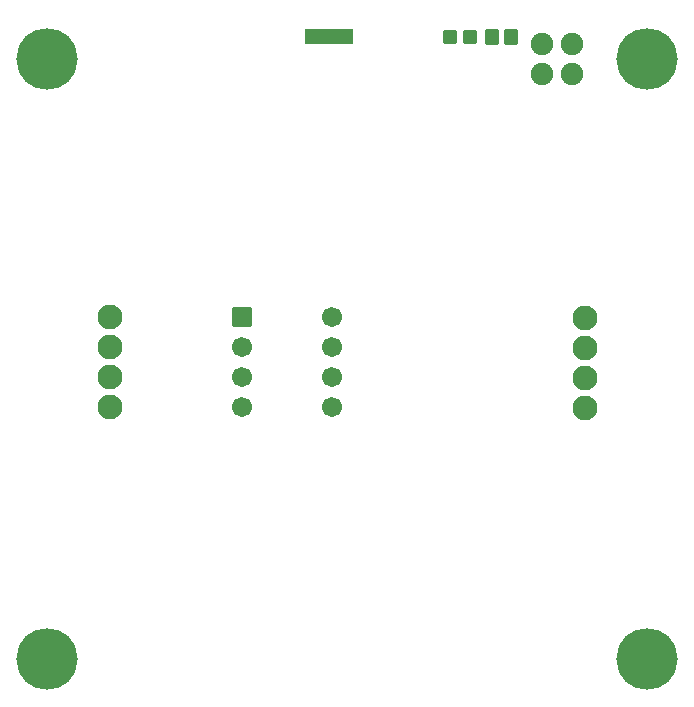
<source format=gts>
G04 Layer: TopSolderMaskLayer*
G04 EasyEDA v6.5.34, 2023-08-21 18:11:39*
G04 7b247d529b5f40d99c6f45047b1d8e8f,5a6b42c53f6a479593ecc07194224c93,10*
G04 Gerber Generator version 0.2*
G04 Scale: 100 percent, Rotated: No, Reflected: No *
G04 Dimensions in millimeters *
G04 leading zeros omitted , absolute positions ,4 integer and 5 decimal *
%FSLAX45Y45*%
%MOMM*%

%AMMACRO1*1,1,$1,$2,$3*1,1,$1,$4,$5*1,1,$1,0-$2,0-$3*1,1,$1,0-$4,0-$5*20,1,$1,$2,$3,$4,$5,0*20,1,$1,$4,$5,0-$2,0-$3,0*20,1,$1,0-$2,0-$3,0-$4,0-$5,0*20,1,$1,0-$4,0-$5,$2,$3,0*4,1,4,$2,$3,$4,$5,0-$2,0-$3,0-$4,0-$5,$2,$3,0*%
%ADD10MACRO1,0.2032X0.5X-0.55X-0.5X-0.55*%
%ADD11MACRO1,0.2032X-0.45X-0.5X-0.45X0.5*%
%ADD12MACRO1,0.1016X0.8001X0.8001X0.8001X-0.8001*%
%ADD13C,1.7018*%
%ADD14C,5.2032*%
%ADD15C,1.9016*%
%ADD16C,2.1016*%

%LPD*%
D10*
G01*
X4149087Y5651500D03*
G01*
X4309092Y5651500D03*
D11*
G01*
X3788486Y5651492D03*
G01*
X3958485Y5651492D03*
D12*
G01*
X2031994Y3276594D03*
D13*
G01*
X2032000Y3022600D03*
G01*
X2032000Y2768600D03*
G01*
X2032000Y2514600D03*
G01*
X2794000Y2514600D03*
G01*
X2794000Y2768600D03*
G01*
X2794000Y3022600D03*
G01*
X2794000Y3276600D03*
D14*
G01*
X381000Y5461000D03*
G01*
X5461000Y5461000D03*
G01*
X5461000Y381000D03*
G01*
X381000Y381000D03*
D15*
G01*
X4826000Y5588000D03*
G01*
X4826000Y5334000D03*
G01*
X4572000Y5334000D03*
G01*
X4572000Y5588000D03*
D16*
G01*
X910818Y2774340D03*
G01*
X910818Y3028340D03*
G01*
X910818Y3282340D03*
G01*
X910818Y2520340D03*
G01*
X4931206Y3274161D03*
G01*
X4931206Y2512161D03*
G01*
X4931206Y2766161D03*
G01*
X4931206Y3020161D03*
G36*
X2565400Y5715000D02*
G01*
X2971800Y5715000D01*
X2971800Y5588000D01*
X2565400Y5588000D01*
G37*
M02*

</source>
